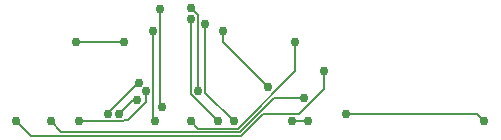
<source format=gbr>
G04 EAGLE Gerber RS-274X export*
G75*
%MOMM*%
%FSLAX34Y34*%
%LPD*%
%INBottom Copper*%
%IPPOS*%
%AMOC8*
5,1,8,0,0,1.08239X$1,22.5*%
G01*
%ADD10C,0.152400*%
%ADD11C,0.756400*%


D10*
X100584Y143256D02*
X141732Y143256D01*
D11*
X141732Y143256D03*
X100584Y143256D03*
D10*
X310896Y118872D02*
X310896Y103632D01*
X289560Y82296D01*
X259080Y82296D01*
X240792Y64008D01*
X62484Y64008D01*
X50292Y76200D01*
D11*
X310896Y118872D03*
X50292Y76200D03*
D10*
X268224Y96012D02*
X294132Y96012D01*
X268224Y96012D02*
X239268Y67056D01*
X88392Y67056D01*
X79248Y76200D01*
D11*
X294132Y96012D03*
X79248Y76200D03*
D10*
X160044Y92988D02*
X160044Y101608D01*
X160044Y92988D02*
X144780Y77724D01*
X141732Y77724D01*
X140208Y76200D01*
X103632Y76200D01*
D11*
X160044Y101608D03*
X103632Y76200D03*
D10*
X153424Y108704D02*
X153924Y108704D01*
X153424Y108704D02*
X128016Y83296D01*
X128016Y82296D01*
D11*
X153924Y108704D03*
X128016Y82296D03*
D10*
X149352Y94488D02*
X152400Y94488D01*
X149352Y94488D02*
X137160Y82296D01*
D11*
X152400Y94488D03*
X137160Y82296D03*
D10*
X166140Y77700D02*
X166140Y152448D01*
X166140Y77700D02*
X167640Y76200D01*
D11*
X166140Y152448D03*
X167640Y76200D03*
D10*
X172236Y89892D02*
X172236Y171712D01*
X172236Y89892D02*
X173736Y88392D01*
D11*
X172236Y171712D03*
X173736Y88392D03*
D10*
X286512Y118872D02*
X286512Y143256D01*
X286512Y118872D02*
X237744Y70104D01*
X204216Y70104D01*
X198120Y76200D01*
D11*
X286512Y143256D03*
X198120Y76200D03*
D10*
X204216Y166116D02*
X198120Y172212D01*
X204216Y166116D02*
X204216Y102108D01*
D11*
X198120Y172212D03*
X204216Y102108D03*
D10*
X198120Y99060D02*
X198120Y163068D01*
X198120Y99060D02*
X220980Y76200D01*
D11*
X198120Y163068D03*
X220980Y76200D03*
D10*
X210312Y100584D02*
X210312Y158496D01*
X210312Y100584D02*
X234696Y76200D01*
D11*
X210312Y158496D03*
X234696Y76200D03*
D10*
X225552Y143256D02*
X225552Y152400D01*
X225552Y143256D02*
X263652Y105156D01*
D11*
X225552Y152400D03*
X263652Y105156D03*
D10*
X283464Y76200D02*
X297180Y76200D01*
D11*
X283464Y76200D03*
X297180Y76200D03*
D10*
X329184Y82296D02*
X440436Y82296D01*
X446532Y76200D01*
D11*
X329184Y82296D03*
X446532Y76200D03*
M02*

</source>
